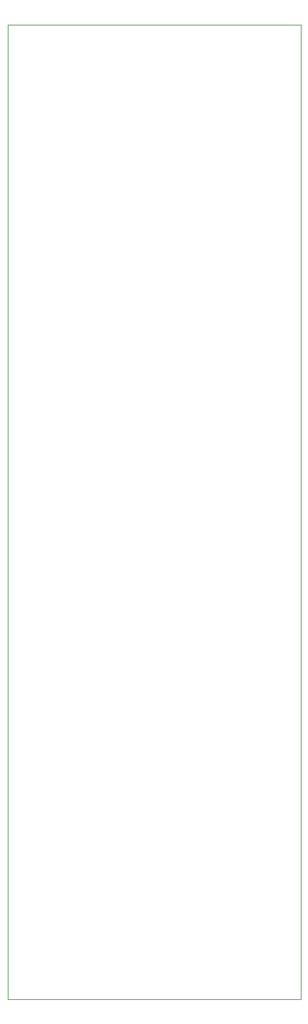
<source format=gbr>
%TF.GenerationSoftware,KiCad,Pcbnew,8.0.6*%
%TF.CreationDate,2025-02-23T20:39:59-06:00*%
%TF.ProjectId,fullycustomcontrolle one handv3c,66756c6c-7963-4757-9374-6f6d636f6e74,rev?*%
%TF.SameCoordinates,Original*%
%TF.FileFunction,Profile,NP*%
%FSLAX46Y46*%
G04 Gerber Fmt 4.6, Leading zero omitted, Abs format (unit mm)*
G04 Created by KiCad (PCBNEW 8.0.6) date 2025-02-23 20:39:59*
%MOMM*%
%LPD*%
G01*
G04 APERTURE LIST*
%TA.AperFunction,Profile*%
%ADD10C,0.050000*%
%TD*%
G04 APERTURE END LIST*
D10*
X177800000Y-23135000D02*
X215900000Y-23135000D01*
X215900000Y-149860000D01*
X177800000Y-149860000D01*
X177800000Y-23135000D01*
M02*

</source>
